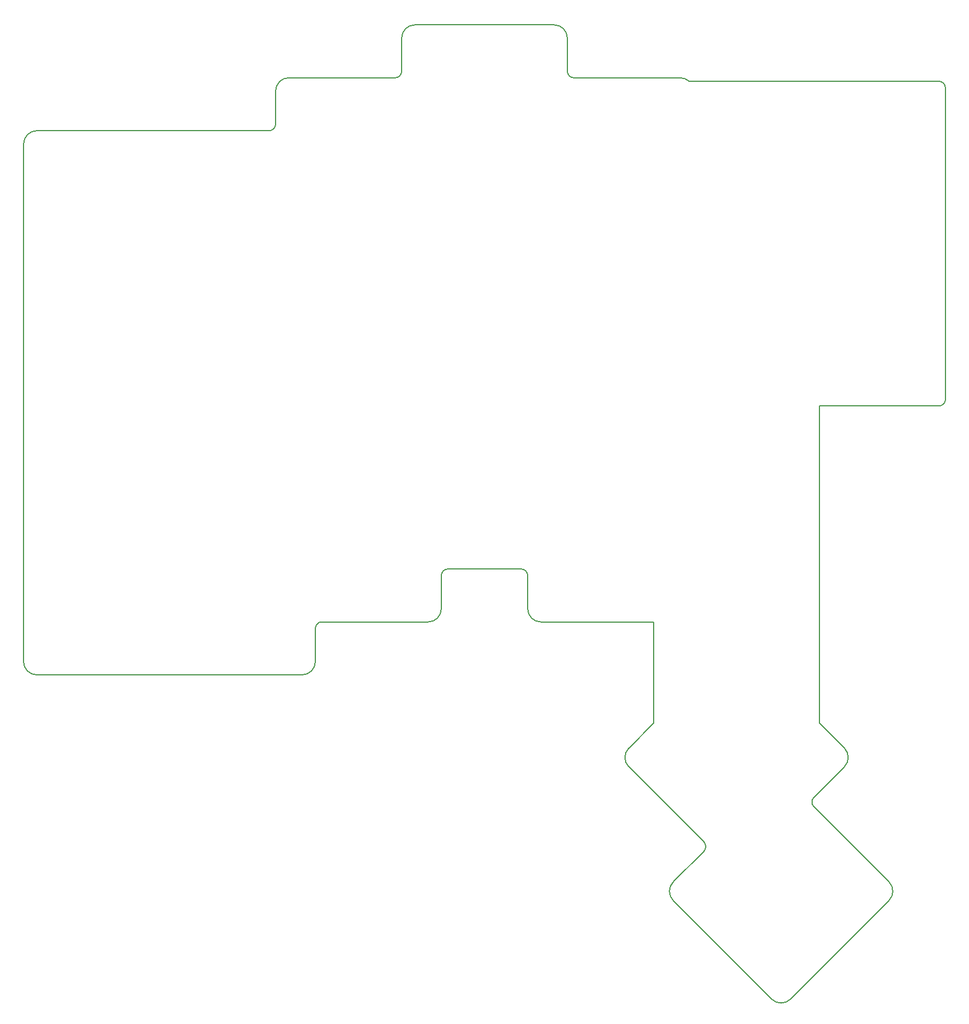
<source format=gbr>
%TF.GenerationSoftware,KiCad,Pcbnew,9.0.3-1.fc42*%
%TF.CreationDate,2025-07-31T15:34:24-03:00*%
%TF.ProjectId,main_pcb,6d61696e-5f70-4636-922e-6b696361645f,v1.0.0*%
%TF.SameCoordinates,Original*%
%TF.FileFunction,Profile,NP*%
%FSLAX46Y46*%
G04 Gerber Fmt 4.6, Leading zero omitted, Abs format (unit mm)*
G04 Created by KiCad (PCBNEW 9.0.3-1.fc42) date 2025-07-31 15:34:24*
%MOMM*%
%LPD*%
G01*
G04 APERTURE LIST*
%TA.AperFunction,Profile*%
%ADD10C,0.150000*%
%TD*%
G04 APERTURE END LIST*
D10*
X220675000Y-72325000D02*
X236725000Y-72325000D01*
X217675000Y-64325000D02*
X196625000Y-64325000D01*
X213675000Y-147525000D02*
X213675000Y-152525000D01*
X268284003Y-193791363D02*
X256934940Y-182442299D01*
X194625000Y-66325000D02*
G75*
G02*
X196625000Y-64325000I2000000J0D01*
G01*
X276825000Y-120900000D02*
X276825000Y-73850000D01*
X261548812Y-173585787D02*
G75*
G02*
X261548811Y-176414214I-1414212J-1414213D01*
G01*
X139475000Y-162525000D02*
X179575000Y-162525000D01*
X240300253Y-187763277D02*
G75*
G02*
X240300269Y-189177507I-707153J-707123D01*
G01*
X256934939Y-182442298D02*
G75*
G02*
X256934948Y-181028093I707061J707098D01*
G01*
X137475000Y-82325000D02*
G75*
G02*
X139475000Y-80325000I2000000J0D01*
G01*
X181575000Y-160525000D02*
G75*
G02*
X179575000Y-162525000I-2000000J0D01*
G01*
X257775000Y-121900000D02*
X275825000Y-121900000D01*
X256934940Y-181028085D02*
X261548811Y-176414214D01*
X175575000Y-74325000D02*
X175575000Y-79325000D01*
X253399406Y-211504388D02*
X268284003Y-196619790D01*
X220675000Y-72325000D02*
G75*
G02*
X219675000Y-71325000I0J1000000D01*
G01*
X200625000Y-152525000D02*
G75*
G02*
X198625000Y-154525000I-2000000J0D01*
G01*
X235686381Y-196619790D02*
X250570979Y-211504388D01*
X181575000Y-155525000D02*
G75*
G02*
X182575000Y-154525000I1000000J0D01*
G01*
X232725000Y-169811975D02*
X228951189Y-173585786D01*
X177575000Y-72325000D02*
X193625000Y-72325000D01*
X175575000Y-74325000D02*
G75*
G02*
X177575000Y-72325000I2000000J0D01*
G01*
X261548811Y-173585786D02*
X257775000Y-169811975D01*
X181575000Y-160525000D02*
X181575000Y-155525000D01*
X240300252Y-189177491D02*
X235686381Y-193791363D01*
X219675000Y-71325000D02*
X219675000Y-66325000D01*
X139475000Y-80325000D02*
X174575000Y-80325000D01*
X217675000Y-64325000D02*
G75*
G02*
X219675000Y-66325000I0J-2000000D01*
G01*
X194625000Y-66325000D02*
X194625000Y-71325000D01*
X275825000Y-72850000D02*
X238075694Y-72850000D01*
X228951189Y-176414214D02*
X240300252Y-187763277D01*
X182575000Y-154525000D02*
X198625000Y-154525000D01*
X228951188Y-176414213D02*
G75*
G02*
X228951189Y-173585786I1414212J1414213D01*
G01*
X137475000Y-160525000D02*
X137475000Y-82325000D01*
X275825000Y-72850000D02*
G75*
G02*
X276825000Y-73850000I0J-1000000D01*
G01*
X257775000Y-169811975D02*
X257775000Y-121900000D01*
X200625000Y-147525000D02*
G75*
G02*
X201625000Y-146525000I1000000J0D01*
G01*
X212675000Y-146525000D02*
G75*
G02*
X213675000Y-147525000I0J-1000000D01*
G01*
X232725000Y-169811975D02*
X232725000Y-154525000D01*
X236725000Y-72325000D02*
G75*
G02*
X238075694Y-72850000I0J-2000000D01*
G01*
X253399406Y-211504387D02*
G75*
G02*
X250570987Y-211504380I-1414206J1414187D01*
G01*
X201625000Y-146525000D02*
X212675000Y-146525000D01*
X235686381Y-196619789D02*
G75*
G02*
X235686405Y-193791387I1414219J1414189D01*
G01*
X215675000Y-154525000D02*
X232725000Y-154525000D01*
X194625000Y-71325000D02*
G75*
G02*
X193625000Y-72325000I-1000000J0D01*
G01*
X200625000Y-152525000D02*
X200625000Y-147525000D01*
X139475000Y-162525000D02*
G75*
G02*
X137475000Y-160525000I0J2000000D01*
G01*
X276825000Y-120900000D02*
G75*
G02*
X275825000Y-121900000I-1000000J0D01*
G01*
X215675000Y-154525000D02*
G75*
G02*
X213675000Y-152525000I0J2000000D01*
G01*
X268284004Y-193791363D02*
G75*
G02*
X268284027Y-196619814I-1414204J-1414237D01*
G01*
X175575000Y-79325000D02*
G75*
G02*
X174575000Y-80325000I-1000000J0D01*
G01*
M02*

</source>
